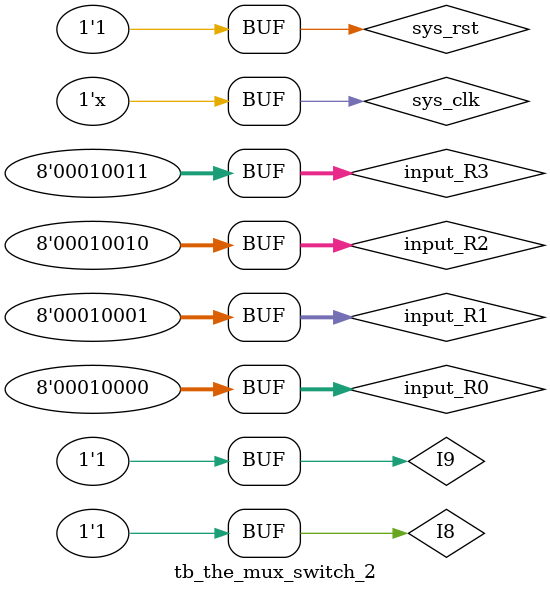
<source format=v>

`timescale 1ns/1ns
module tb_the_mux_switch_2;
reg       sys_clk;
reg       sys_rst;
reg       I9;
reg       I8;
reg  [7:0] input_R0;
reg [7:0] input_R1;
reg [7:0] input_R2;
reg [7:0] input_R3;

wire [7:0] 	output_x;

the_mux_switch_2 u_the_mux_switch_2(
	.sys_clk  	( sys_clk   ),
	.sys_rst  	( sys_rst   ),
	.I9       	( I9        ),
	.I8       	( I8        ),
	.input_R0 	( input_R0  ),
	.input_R1 	( input_R1  ),
	.input_R2 	( input_R2  ),
	.input_R3 	( input_R3  ),
	.output_x 	( output_x  )
);

initial begin
    sys_rst<=1'd0;
    sys_clk<=1'd0;
    input_R0<=8'b0001_0000;
    input_R1<=8'b0001_0001;
    input_R2<=8'b0001_0010;
    input_R3<=8'b0001_0011;
    I8<=1'd0;
    I9<=1'd0;
    #10
    sys_rst<=1'd1;
    #100
     I8<=1'd1;
    I9<=1'd0;
    #100
    I8<=1'd0;
    I9<=1'd1;

    #100
    I8<=1'd1;
    I9<=1'd1;

  
end
always #10 begin
    sys_clk<=~sys_clk;
end
endmodule
</source>
